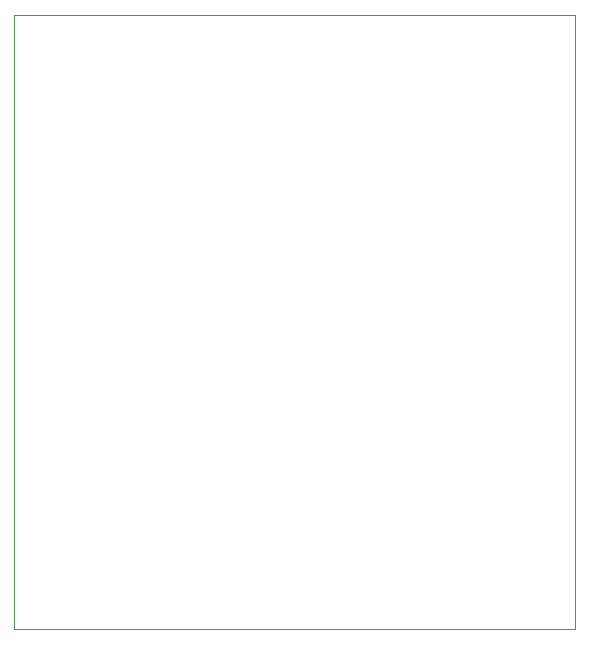
<source format=gbr>
%TF.GenerationSoftware,KiCad,Pcbnew,8.0.5*%
%TF.CreationDate,2024-10-12T19:33:38+02:00*%
%TF.ProjectId,kicad,6b696361-642e-46b6-9963-61645f706362,rev?*%
%TF.SameCoordinates,Original*%
%TF.FileFunction,Profile,NP*%
%FSLAX46Y46*%
G04 Gerber Fmt 4.6, Leading zero omitted, Abs format (unit mm)*
G04 Created by KiCad (PCBNEW 8.0.5) date 2024-10-12 19:33:38*
%MOMM*%
%LPD*%
G01*
G04 APERTURE LIST*
%TA.AperFunction,Profile*%
%ADD10C,0.050000*%
%TD*%
G04 APERTURE END LIST*
D10*
X107500000Y-74500000D02*
X155000000Y-74500000D01*
X155000000Y-126500000D01*
X107500000Y-126500000D01*
X107500000Y-74500000D01*
M02*

</source>
